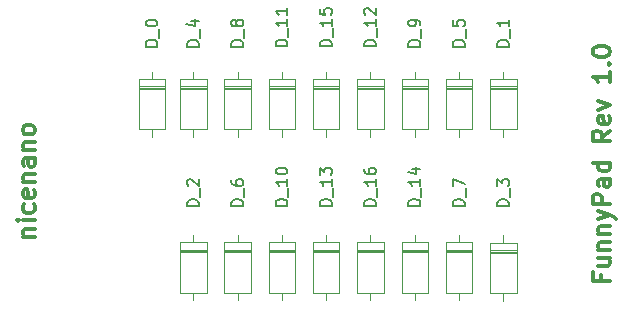
<source format=gto>
G04 #@! TF.GenerationSoftware,KiCad,Pcbnew,8.0.6*
G04 #@! TF.CreationDate,2024-12-19T22:24:49+08:00*
G04 #@! TF.ProjectId,keyboard,6b657962-6f61-4726-942e-6b696361645f,rev?*
G04 #@! TF.SameCoordinates,Original*
G04 #@! TF.FileFunction,Legend,Top*
G04 #@! TF.FilePolarity,Positive*
%FSLAX46Y46*%
G04 Gerber Fmt 4.6, Leading zero omitted, Abs format (unit mm)*
G04 Created by KiCad (PCBNEW 8.0.6) date 2024-12-19 22:24:49*
%MOMM*%
%LPD*%
G01*
G04 APERTURE LIST*
G04 Aperture macros list*
%AMRoundRect*
0 Rectangle with rounded corners*
0 $1 Rounding radius*
0 $2 $3 $4 $5 $6 $7 $8 $9 X,Y pos of 4 corners*
0 Add a 4 corners polygon primitive as box body*
4,1,4,$2,$3,$4,$5,$6,$7,$8,$9,$2,$3,0*
0 Add four circle primitives for the rounded corners*
1,1,$1+$1,$2,$3*
1,1,$1+$1,$4,$5*
1,1,$1+$1,$6,$7*
1,1,$1+$1,$8,$9*
0 Add four rect primitives between the rounded corners*
20,1,$1+$1,$2,$3,$4,$5,0*
20,1,$1+$1,$4,$5,$6,$7,0*
20,1,$1+$1,$6,$7,$8,$9,0*
20,1,$1+$1,$8,$9,$2,$3,0*%
G04 Aperture macros list end*
%ADD10C,0.300000*%
%ADD11C,0.150000*%
%ADD12C,0.120000*%
%ADD13C,1.800000*%
%ADD14RoundRect,0.450000X-0.450000X0.450000X-0.450000X-0.450000X0.450000X-0.450000X0.450000X0.450000X0*%
%ADD15C,1.780000*%
%ADD16C,2.600000*%
%ADD17C,3.500000*%
%ADD18C,1.750000*%
%ADD19C,3.000000*%
%ADD20C,3.987800*%
%ADD21R,1.600000X1.600000*%
%ADD22O,1.600000X1.600000*%
%ADD23C,3.048000*%
G04 APERTURE END LIST*
D10*
X277800828Y-144695489D02*
X278800828Y-144695489D01*
X277943685Y-144695489D02*
X277872257Y-144624060D01*
X277872257Y-144624060D02*
X277800828Y-144481203D01*
X277800828Y-144481203D02*
X277800828Y-144266917D01*
X277800828Y-144266917D02*
X277872257Y-144124060D01*
X277872257Y-144124060D02*
X278015114Y-144052632D01*
X278015114Y-144052632D02*
X278800828Y-144052632D01*
X278800828Y-143338346D02*
X277800828Y-143338346D01*
X277300828Y-143338346D02*
X277372257Y-143409774D01*
X277372257Y-143409774D02*
X277443685Y-143338346D01*
X277443685Y-143338346D02*
X277372257Y-143266917D01*
X277372257Y-143266917D02*
X277300828Y-143338346D01*
X277300828Y-143338346D02*
X277443685Y-143338346D01*
X278729400Y-141981203D02*
X278800828Y-142124060D01*
X278800828Y-142124060D02*
X278800828Y-142409774D01*
X278800828Y-142409774D02*
X278729400Y-142552631D01*
X278729400Y-142552631D02*
X278657971Y-142624060D01*
X278657971Y-142624060D02*
X278515114Y-142695488D01*
X278515114Y-142695488D02*
X278086542Y-142695488D01*
X278086542Y-142695488D02*
X277943685Y-142624060D01*
X277943685Y-142624060D02*
X277872257Y-142552631D01*
X277872257Y-142552631D02*
X277800828Y-142409774D01*
X277800828Y-142409774D02*
X277800828Y-142124060D01*
X277800828Y-142124060D02*
X277872257Y-141981203D01*
X278729400Y-140766917D02*
X278800828Y-140909774D01*
X278800828Y-140909774D02*
X278800828Y-141195489D01*
X278800828Y-141195489D02*
X278729400Y-141338346D01*
X278729400Y-141338346D02*
X278586542Y-141409774D01*
X278586542Y-141409774D02*
X278015114Y-141409774D01*
X278015114Y-141409774D02*
X277872257Y-141338346D01*
X277872257Y-141338346D02*
X277800828Y-141195489D01*
X277800828Y-141195489D02*
X277800828Y-140909774D01*
X277800828Y-140909774D02*
X277872257Y-140766917D01*
X277872257Y-140766917D02*
X278015114Y-140695489D01*
X278015114Y-140695489D02*
X278157971Y-140695489D01*
X278157971Y-140695489D02*
X278300828Y-141409774D01*
X277800828Y-140052632D02*
X278800828Y-140052632D01*
X277943685Y-140052632D02*
X277872257Y-139981203D01*
X277872257Y-139981203D02*
X277800828Y-139838346D01*
X277800828Y-139838346D02*
X277800828Y-139624060D01*
X277800828Y-139624060D02*
X277872257Y-139481203D01*
X277872257Y-139481203D02*
X278015114Y-139409775D01*
X278015114Y-139409775D02*
X278800828Y-139409775D01*
X278800828Y-138052632D02*
X278015114Y-138052632D01*
X278015114Y-138052632D02*
X277872257Y-138124060D01*
X277872257Y-138124060D02*
X277800828Y-138266917D01*
X277800828Y-138266917D02*
X277800828Y-138552632D01*
X277800828Y-138552632D02*
X277872257Y-138695489D01*
X278729400Y-138052632D02*
X278800828Y-138195489D01*
X278800828Y-138195489D02*
X278800828Y-138552632D01*
X278800828Y-138552632D02*
X278729400Y-138695489D01*
X278729400Y-138695489D02*
X278586542Y-138766917D01*
X278586542Y-138766917D02*
X278443685Y-138766917D01*
X278443685Y-138766917D02*
X278300828Y-138695489D01*
X278300828Y-138695489D02*
X278229400Y-138552632D01*
X278229400Y-138552632D02*
X278229400Y-138195489D01*
X278229400Y-138195489D02*
X278157971Y-138052632D01*
X277800828Y-137338346D02*
X278800828Y-137338346D01*
X277943685Y-137338346D02*
X277872257Y-137266917D01*
X277872257Y-137266917D02*
X277800828Y-137124060D01*
X277800828Y-137124060D02*
X277800828Y-136909774D01*
X277800828Y-136909774D02*
X277872257Y-136766917D01*
X277872257Y-136766917D02*
X278015114Y-136695489D01*
X278015114Y-136695489D02*
X278800828Y-136695489D01*
X278800828Y-135766917D02*
X278729400Y-135909774D01*
X278729400Y-135909774D02*
X278657971Y-135981203D01*
X278657971Y-135981203D02*
X278515114Y-136052631D01*
X278515114Y-136052631D02*
X278086542Y-136052631D01*
X278086542Y-136052631D02*
X277943685Y-135981203D01*
X277943685Y-135981203D02*
X277872257Y-135909774D01*
X277872257Y-135909774D02*
X277800828Y-135766917D01*
X277800828Y-135766917D02*
X277800828Y-135552631D01*
X277800828Y-135552631D02*
X277872257Y-135409774D01*
X277872257Y-135409774D02*
X277943685Y-135338346D01*
X277943685Y-135338346D02*
X278086542Y-135266917D01*
X278086542Y-135266917D02*
X278515114Y-135266917D01*
X278515114Y-135266917D02*
X278657971Y-135338346D01*
X278657971Y-135338346D02*
X278729400Y-135409774D01*
X278729400Y-135409774D02*
X278800828Y-135552631D01*
X278800828Y-135552631D02*
X278800828Y-135766917D01*
X326757114Y-147953489D02*
X326757114Y-148453489D01*
X327542828Y-148453489D02*
X326042828Y-148453489D01*
X326042828Y-148453489D02*
X326042828Y-147739203D01*
X326542828Y-146524918D02*
X327542828Y-146524918D01*
X326542828Y-147167775D02*
X327328542Y-147167775D01*
X327328542Y-147167775D02*
X327471400Y-147096346D01*
X327471400Y-147096346D02*
X327542828Y-146953489D01*
X327542828Y-146953489D02*
X327542828Y-146739203D01*
X327542828Y-146739203D02*
X327471400Y-146596346D01*
X327471400Y-146596346D02*
X327399971Y-146524918D01*
X326542828Y-145810632D02*
X327542828Y-145810632D01*
X326685685Y-145810632D02*
X326614257Y-145739203D01*
X326614257Y-145739203D02*
X326542828Y-145596346D01*
X326542828Y-145596346D02*
X326542828Y-145382060D01*
X326542828Y-145382060D02*
X326614257Y-145239203D01*
X326614257Y-145239203D02*
X326757114Y-145167775D01*
X326757114Y-145167775D02*
X327542828Y-145167775D01*
X326542828Y-144453489D02*
X327542828Y-144453489D01*
X326685685Y-144453489D02*
X326614257Y-144382060D01*
X326614257Y-144382060D02*
X326542828Y-144239203D01*
X326542828Y-144239203D02*
X326542828Y-144024917D01*
X326542828Y-144024917D02*
X326614257Y-143882060D01*
X326614257Y-143882060D02*
X326757114Y-143810632D01*
X326757114Y-143810632D02*
X327542828Y-143810632D01*
X326542828Y-143239203D02*
X327542828Y-142882060D01*
X326542828Y-142524917D02*
X327542828Y-142882060D01*
X327542828Y-142882060D02*
X327899971Y-143024917D01*
X327899971Y-143024917D02*
X327971400Y-143096346D01*
X327971400Y-143096346D02*
X328042828Y-143239203D01*
X327542828Y-141953489D02*
X326042828Y-141953489D01*
X326042828Y-141953489D02*
X326042828Y-141382060D01*
X326042828Y-141382060D02*
X326114257Y-141239203D01*
X326114257Y-141239203D02*
X326185685Y-141167774D01*
X326185685Y-141167774D02*
X326328542Y-141096346D01*
X326328542Y-141096346D02*
X326542828Y-141096346D01*
X326542828Y-141096346D02*
X326685685Y-141167774D01*
X326685685Y-141167774D02*
X326757114Y-141239203D01*
X326757114Y-141239203D02*
X326828542Y-141382060D01*
X326828542Y-141382060D02*
X326828542Y-141953489D01*
X327542828Y-139810632D02*
X326757114Y-139810632D01*
X326757114Y-139810632D02*
X326614257Y-139882060D01*
X326614257Y-139882060D02*
X326542828Y-140024917D01*
X326542828Y-140024917D02*
X326542828Y-140310632D01*
X326542828Y-140310632D02*
X326614257Y-140453489D01*
X327471400Y-139810632D02*
X327542828Y-139953489D01*
X327542828Y-139953489D02*
X327542828Y-140310632D01*
X327542828Y-140310632D02*
X327471400Y-140453489D01*
X327471400Y-140453489D02*
X327328542Y-140524917D01*
X327328542Y-140524917D02*
X327185685Y-140524917D01*
X327185685Y-140524917D02*
X327042828Y-140453489D01*
X327042828Y-140453489D02*
X326971400Y-140310632D01*
X326971400Y-140310632D02*
X326971400Y-139953489D01*
X326971400Y-139953489D02*
X326899971Y-139810632D01*
X327542828Y-138453489D02*
X326042828Y-138453489D01*
X327471400Y-138453489D02*
X327542828Y-138596346D01*
X327542828Y-138596346D02*
X327542828Y-138882060D01*
X327542828Y-138882060D02*
X327471400Y-139024917D01*
X327471400Y-139024917D02*
X327399971Y-139096346D01*
X327399971Y-139096346D02*
X327257114Y-139167774D01*
X327257114Y-139167774D02*
X326828542Y-139167774D01*
X326828542Y-139167774D02*
X326685685Y-139096346D01*
X326685685Y-139096346D02*
X326614257Y-139024917D01*
X326614257Y-139024917D02*
X326542828Y-138882060D01*
X326542828Y-138882060D02*
X326542828Y-138596346D01*
X326542828Y-138596346D02*
X326614257Y-138453489D01*
X327542828Y-135739203D02*
X326828542Y-136239203D01*
X327542828Y-136596346D02*
X326042828Y-136596346D01*
X326042828Y-136596346D02*
X326042828Y-136024917D01*
X326042828Y-136024917D02*
X326114257Y-135882060D01*
X326114257Y-135882060D02*
X326185685Y-135810631D01*
X326185685Y-135810631D02*
X326328542Y-135739203D01*
X326328542Y-135739203D02*
X326542828Y-135739203D01*
X326542828Y-135739203D02*
X326685685Y-135810631D01*
X326685685Y-135810631D02*
X326757114Y-135882060D01*
X326757114Y-135882060D02*
X326828542Y-136024917D01*
X326828542Y-136024917D02*
X326828542Y-136596346D01*
X327471400Y-134524917D02*
X327542828Y-134667774D01*
X327542828Y-134667774D02*
X327542828Y-134953489D01*
X327542828Y-134953489D02*
X327471400Y-135096346D01*
X327471400Y-135096346D02*
X327328542Y-135167774D01*
X327328542Y-135167774D02*
X326757114Y-135167774D01*
X326757114Y-135167774D02*
X326614257Y-135096346D01*
X326614257Y-135096346D02*
X326542828Y-134953489D01*
X326542828Y-134953489D02*
X326542828Y-134667774D01*
X326542828Y-134667774D02*
X326614257Y-134524917D01*
X326614257Y-134524917D02*
X326757114Y-134453489D01*
X326757114Y-134453489D02*
X326899971Y-134453489D01*
X326899971Y-134453489D02*
X327042828Y-135167774D01*
X326542828Y-133953489D02*
X327542828Y-133596346D01*
X327542828Y-133596346D02*
X326542828Y-133239203D01*
X327542828Y-130739203D02*
X327542828Y-131596346D01*
X327542828Y-131167775D02*
X326042828Y-131167775D01*
X326042828Y-131167775D02*
X326257114Y-131310632D01*
X326257114Y-131310632D02*
X326399971Y-131453489D01*
X326399971Y-131453489D02*
X326471400Y-131596346D01*
X327399971Y-130096347D02*
X327471400Y-130024918D01*
X327471400Y-130024918D02*
X327542828Y-130096347D01*
X327542828Y-130096347D02*
X327471400Y-130167775D01*
X327471400Y-130167775D02*
X327399971Y-130096347D01*
X327399971Y-130096347D02*
X327542828Y-130096347D01*
X326042828Y-129096346D02*
X326042828Y-128953489D01*
X326042828Y-128953489D02*
X326114257Y-128810632D01*
X326114257Y-128810632D02*
X326185685Y-128739204D01*
X326185685Y-128739204D02*
X326328542Y-128667775D01*
X326328542Y-128667775D02*
X326614257Y-128596346D01*
X326614257Y-128596346D02*
X326971400Y-128596346D01*
X326971400Y-128596346D02*
X327257114Y-128667775D01*
X327257114Y-128667775D02*
X327399971Y-128739204D01*
X327399971Y-128739204D02*
X327471400Y-128810632D01*
X327471400Y-128810632D02*
X327542828Y-128953489D01*
X327542828Y-128953489D02*
X327542828Y-129096346D01*
X327542828Y-129096346D02*
X327471400Y-129239204D01*
X327471400Y-129239204D02*
X327399971Y-129310632D01*
X327399971Y-129310632D02*
X327257114Y-129382061D01*
X327257114Y-129382061D02*
X326971400Y-129453489D01*
X326971400Y-129453489D02*
X326614257Y-129453489D01*
X326614257Y-129453489D02*
X326328542Y-129382061D01*
X326328542Y-129382061D02*
X326185685Y-129310632D01*
X326185685Y-129310632D02*
X326114257Y-129239204D01*
X326114257Y-129239204D02*
X326042828Y-129096346D01*
D11*
X303954819Y-128595237D02*
X302954819Y-128595237D01*
X302954819Y-128595237D02*
X302954819Y-128357142D01*
X302954819Y-128357142D02*
X303002438Y-128214285D01*
X303002438Y-128214285D02*
X303097676Y-128119047D01*
X303097676Y-128119047D02*
X303192914Y-128071428D01*
X303192914Y-128071428D02*
X303383390Y-128023809D01*
X303383390Y-128023809D02*
X303526247Y-128023809D01*
X303526247Y-128023809D02*
X303716723Y-128071428D01*
X303716723Y-128071428D02*
X303811961Y-128119047D01*
X303811961Y-128119047D02*
X303907200Y-128214285D01*
X303907200Y-128214285D02*
X303954819Y-128357142D01*
X303954819Y-128357142D02*
X303954819Y-128595237D01*
X304050057Y-127833333D02*
X304050057Y-127071428D01*
X303954819Y-126309523D02*
X303954819Y-126880951D01*
X303954819Y-126595237D02*
X302954819Y-126595237D01*
X302954819Y-126595237D02*
X303097676Y-126690475D01*
X303097676Y-126690475D02*
X303192914Y-126785713D01*
X303192914Y-126785713D02*
X303240533Y-126880951D01*
X302954819Y-125404761D02*
X302954819Y-125880951D01*
X302954819Y-125880951D02*
X303431009Y-125928570D01*
X303431009Y-125928570D02*
X303383390Y-125880951D01*
X303383390Y-125880951D02*
X303335771Y-125785713D01*
X303335771Y-125785713D02*
X303335771Y-125547618D01*
X303335771Y-125547618D02*
X303383390Y-125452380D01*
X303383390Y-125452380D02*
X303431009Y-125404761D01*
X303431009Y-125404761D02*
X303526247Y-125357142D01*
X303526247Y-125357142D02*
X303764342Y-125357142D01*
X303764342Y-125357142D02*
X303859580Y-125404761D01*
X303859580Y-125404761D02*
X303907200Y-125452380D01*
X303907200Y-125452380D02*
X303954819Y-125547618D01*
X303954819Y-125547618D02*
X303954819Y-125785713D01*
X303954819Y-125785713D02*
X303907200Y-125880951D01*
X303907200Y-125880951D02*
X303859580Y-125928570D01*
X300204819Y-128595237D02*
X299204819Y-128595237D01*
X299204819Y-128595237D02*
X299204819Y-128357142D01*
X299204819Y-128357142D02*
X299252438Y-128214285D01*
X299252438Y-128214285D02*
X299347676Y-128119047D01*
X299347676Y-128119047D02*
X299442914Y-128071428D01*
X299442914Y-128071428D02*
X299633390Y-128023809D01*
X299633390Y-128023809D02*
X299776247Y-128023809D01*
X299776247Y-128023809D02*
X299966723Y-128071428D01*
X299966723Y-128071428D02*
X300061961Y-128119047D01*
X300061961Y-128119047D02*
X300157200Y-128214285D01*
X300157200Y-128214285D02*
X300204819Y-128357142D01*
X300204819Y-128357142D02*
X300204819Y-128595237D01*
X300300057Y-127833333D02*
X300300057Y-127071428D01*
X300204819Y-126309523D02*
X300204819Y-126880951D01*
X300204819Y-126595237D02*
X299204819Y-126595237D01*
X299204819Y-126595237D02*
X299347676Y-126690475D01*
X299347676Y-126690475D02*
X299442914Y-126785713D01*
X299442914Y-126785713D02*
X299490533Y-126880951D01*
X300204819Y-125357142D02*
X300204819Y-125928570D01*
X300204819Y-125642856D02*
X299204819Y-125642856D01*
X299204819Y-125642856D02*
X299347676Y-125738094D01*
X299347676Y-125738094D02*
X299442914Y-125833332D01*
X299442914Y-125833332D02*
X299490533Y-125928570D01*
X318954819Y-128619047D02*
X317954819Y-128619047D01*
X317954819Y-128619047D02*
X317954819Y-128380952D01*
X317954819Y-128380952D02*
X318002438Y-128238095D01*
X318002438Y-128238095D02*
X318097676Y-128142857D01*
X318097676Y-128142857D02*
X318192914Y-128095238D01*
X318192914Y-128095238D02*
X318383390Y-128047619D01*
X318383390Y-128047619D02*
X318526247Y-128047619D01*
X318526247Y-128047619D02*
X318716723Y-128095238D01*
X318716723Y-128095238D02*
X318811961Y-128142857D01*
X318811961Y-128142857D02*
X318907200Y-128238095D01*
X318907200Y-128238095D02*
X318954819Y-128380952D01*
X318954819Y-128380952D02*
X318954819Y-128619047D01*
X319050057Y-127857143D02*
X319050057Y-127095238D01*
X318954819Y-126333333D02*
X318954819Y-126904761D01*
X318954819Y-126619047D02*
X317954819Y-126619047D01*
X317954819Y-126619047D02*
X318097676Y-126714285D01*
X318097676Y-126714285D02*
X318192914Y-126809523D01*
X318192914Y-126809523D02*
X318240533Y-126904761D01*
X292704819Y-142119047D02*
X291704819Y-142119047D01*
X291704819Y-142119047D02*
X291704819Y-141880952D01*
X291704819Y-141880952D02*
X291752438Y-141738095D01*
X291752438Y-141738095D02*
X291847676Y-141642857D01*
X291847676Y-141642857D02*
X291942914Y-141595238D01*
X291942914Y-141595238D02*
X292133390Y-141547619D01*
X292133390Y-141547619D02*
X292276247Y-141547619D01*
X292276247Y-141547619D02*
X292466723Y-141595238D01*
X292466723Y-141595238D02*
X292561961Y-141642857D01*
X292561961Y-141642857D02*
X292657200Y-141738095D01*
X292657200Y-141738095D02*
X292704819Y-141880952D01*
X292704819Y-141880952D02*
X292704819Y-142119047D01*
X292800057Y-141357143D02*
X292800057Y-140595238D01*
X291800057Y-140404761D02*
X291752438Y-140357142D01*
X291752438Y-140357142D02*
X291704819Y-140261904D01*
X291704819Y-140261904D02*
X291704819Y-140023809D01*
X291704819Y-140023809D02*
X291752438Y-139928571D01*
X291752438Y-139928571D02*
X291800057Y-139880952D01*
X291800057Y-139880952D02*
X291895295Y-139833333D01*
X291895295Y-139833333D02*
X291990533Y-139833333D01*
X291990533Y-139833333D02*
X292133390Y-139880952D01*
X292133390Y-139880952D02*
X292704819Y-140452380D01*
X292704819Y-140452380D02*
X292704819Y-139833333D01*
X300204819Y-142095237D02*
X299204819Y-142095237D01*
X299204819Y-142095237D02*
X299204819Y-141857142D01*
X299204819Y-141857142D02*
X299252438Y-141714285D01*
X299252438Y-141714285D02*
X299347676Y-141619047D01*
X299347676Y-141619047D02*
X299442914Y-141571428D01*
X299442914Y-141571428D02*
X299633390Y-141523809D01*
X299633390Y-141523809D02*
X299776247Y-141523809D01*
X299776247Y-141523809D02*
X299966723Y-141571428D01*
X299966723Y-141571428D02*
X300061961Y-141619047D01*
X300061961Y-141619047D02*
X300157200Y-141714285D01*
X300157200Y-141714285D02*
X300204819Y-141857142D01*
X300204819Y-141857142D02*
X300204819Y-142095237D01*
X300300057Y-141333333D02*
X300300057Y-140571428D01*
X300204819Y-139809523D02*
X300204819Y-140380951D01*
X300204819Y-140095237D02*
X299204819Y-140095237D01*
X299204819Y-140095237D02*
X299347676Y-140190475D01*
X299347676Y-140190475D02*
X299442914Y-140285713D01*
X299442914Y-140285713D02*
X299490533Y-140380951D01*
X299204819Y-139190475D02*
X299204819Y-139095237D01*
X299204819Y-139095237D02*
X299252438Y-138999999D01*
X299252438Y-138999999D02*
X299300057Y-138952380D01*
X299300057Y-138952380D02*
X299395295Y-138904761D01*
X299395295Y-138904761D02*
X299585771Y-138857142D01*
X299585771Y-138857142D02*
X299823866Y-138857142D01*
X299823866Y-138857142D02*
X300014342Y-138904761D01*
X300014342Y-138904761D02*
X300109580Y-138952380D01*
X300109580Y-138952380D02*
X300157200Y-138999999D01*
X300157200Y-138999999D02*
X300204819Y-139095237D01*
X300204819Y-139095237D02*
X300204819Y-139190475D01*
X300204819Y-139190475D02*
X300157200Y-139285713D01*
X300157200Y-139285713D02*
X300109580Y-139333332D01*
X300109580Y-139333332D02*
X300014342Y-139380951D01*
X300014342Y-139380951D02*
X299823866Y-139428570D01*
X299823866Y-139428570D02*
X299585771Y-139428570D01*
X299585771Y-139428570D02*
X299395295Y-139380951D01*
X299395295Y-139380951D02*
X299300057Y-139333332D01*
X299300057Y-139333332D02*
X299252438Y-139285713D01*
X299252438Y-139285713D02*
X299204819Y-139190475D01*
X307704819Y-142095237D02*
X306704819Y-142095237D01*
X306704819Y-142095237D02*
X306704819Y-141857142D01*
X306704819Y-141857142D02*
X306752438Y-141714285D01*
X306752438Y-141714285D02*
X306847676Y-141619047D01*
X306847676Y-141619047D02*
X306942914Y-141571428D01*
X306942914Y-141571428D02*
X307133390Y-141523809D01*
X307133390Y-141523809D02*
X307276247Y-141523809D01*
X307276247Y-141523809D02*
X307466723Y-141571428D01*
X307466723Y-141571428D02*
X307561961Y-141619047D01*
X307561961Y-141619047D02*
X307657200Y-141714285D01*
X307657200Y-141714285D02*
X307704819Y-141857142D01*
X307704819Y-141857142D02*
X307704819Y-142095237D01*
X307800057Y-141333333D02*
X307800057Y-140571428D01*
X307704819Y-139809523D02*
X307704819Y-140380951D01*
X307704819Y-140095237D02*
X306704819Y-140095237D01*
X306704819Y-140095237D02*
X306847676Y-140190475D01*
X306847676Y-140190475D02*
X306942914Y-140285713D01*
X306942914Y-140285713D02*
X306990533Y-140380951D01*
X306704819Y-138952380D02*
X306704819Y-139142856D01*
X306704819Y-139142856D02*
X306752438Y-139238094D01*
X306752438Y-139238094D02*
X306800057Y-139285713D01*
X306800057Y-139285713D02*
X306942914Y-139380951D01*
X306942914Y-139380951D02*
X307133390Y-139428570D01*
X307133390Y-139428570D02*
X307514342Y-139428570D01*
X307514342Y-139428570D02*
X307609580Y-139380951D01*
X307609580Y-139380951D02*
X307657200Y-139333332D01*
X307657200Y-139333332D02*
X307704819Y-139238094D01*
X307704819Y-139238094D02*
X307704819Y-139047618D01*
X307704819Y-139047618D02*
X307657200Y-138952380D01*
X307657200Y-138952380D02*
X307609580Y-138904761D01*
X307609580Y-138904761D02*
X307514342Y-138857142D01*
X307514342Y-138857142D02*
X307276247Y-138857142D01*
X307276247Y-138857142D02*
X307181009Y-138904761D01*
X307181009Y-138904761D02*
X307133390Y-138952380D01*
X307133390Y-138952380D02*
X307085771Y-139047618D01*
X307085771Y-139047618D02*
X307085771Y-139238094D01*
X307085771Y-139238094D02*
X307133390Y-139333332D01*
X307133390Y-139333332D02*
X307181009Y-139380951D01*
X307181009Y-139380951D02*
X307276247Y-139428570D01*
X311454819Y-128619047D02*
X310454819Y-128619047D01*
X310454819Y-128619047D02*
X310454819Y-128380952D01*
X310454819Y-128380952D02*
X310502438Y-128238095D01*
X310502438Y-128238095D02*
X310597676Y-128142857D01*
X310597676Y-128142857D02*
X310692914Y-128095238D01*
X310692914Y-128095238D02*
X310883390Y-128047619D01*
X310883390Y-128047619D02*
X311026247Y-128047619D01*
X311026247Y-128047619D02*
X311216723Y-128095238D01*
X311216723Y-128095238D02*
X311311961Y-128142857D01*
X311311961Y-128142857D02*
X311407200Y-128238095D01*
X311407200Y-128238095D02*
X311454819Y-128380952D01*
X311454819Y-128380952D02*
X311454819Y-128619047D01*
X311550057Y-127857143D02*
X311550057Y-127095238D01*
X311454819Y-126809523D02*
X311454819Y-126619047D01*
X311454819Y-126619047D02*
X311407200Y-126523809D01*
X311407200Y-126523809D02*
X311359580Y-126476190D01*
X311359580Y-126476190D02*
X311216723Y-126380952D01*
X311216723Y-126380952D02*
X311026247Y-126333333D01*
X311026247Y-126333333D02*
X310645295Y-126333333D01*
X310645295Y-126333333D02*
X310550057Y-126380952D01*
X310550057Y-126380952D02*
X310502438Y-126428571D01*
X310502438Y-126428571D02*
X310454819Y-126523809D01*
X310454819Y-126523809D02*
X310454819Y-126714285D01*
X310454819Y-126714285D02*
X310502438Y-126809523D01*
X310502438Y-126809523D02*
X310550057Y-126857142D01*
X310550057Y-126857142D02*
X310645295Y-126904761D01*
X310645295Y-126904761D02*
X310883390Y-126904761D01*
X310883390Y-126904761D02*
X310978628Y-126857142D01*
X310978628Y-126857142D02*
X311026247Y-126809523D01*
X311026247Y-126809523D02*
X311073866Y-126714285D01*
X311073866Y-126714285D02*
X311073866Y-126523809D01*
X311073866Y-126523809D02*
X311026247Y-126428571D01*
X311026247Y-126428571D02*
X310978628Y-126380952D01*
X310978628Y-126380952D02*
X310883390Y-126333333D01*
X296454819Y-142119047D02*
X295454819Y-142119047D01*
X295454819Y-142119047D02*
X295454819Y-141880952D01*
X295454819Y-141880952D02*
X295502438Y-141738095D01*
X295502438Y-141738095D02*
X295597676Y-141642857D01*
X295597676Y-141642857D02*
X295692914Y-141595238D01*
X295692914Y-141595238D02*
X295883390Y-141547619D01*
X295883390Y-141547619D02*
X296026247Y-141547619D01*
X296026247Y-141547619D02*
X296216723Y-141595238D01*
X296216723Y-141595238D02*
X296311961Y-141642857D01*
X296311961Y-141642857D02*
X296407200Y-141738095D01*
X296407200Y-141738095D02*
X296454819Y-141880952D01*
X296454819Y-141880952D02*
X296454819Y-142119047D01*
X296550057Y-141357143D02*
X296550057Y-140595238D01*
X295454819Y-139928571D02*
X295454819Y-140119047D01*
X295454819Y-140119047D02*
X295502438Y-140214285D01*
X295502438Y-140214285D02*
X295550057Y-140261904D01*
X295550057Y-140261904D02*
X295692914Y-140357142D01*
X295692914Y-140357142D02*
X295883390Y-140404761D01*
X295883390Y-140404761D02*
X296264342Y-140404761D01*
X296264342Y-140404761D02*
X296359580Y-140357142D01*
X296359580Y-140357142D02*
X296407200Y-140309523D01*
X296407200Y-140309523D02*
X296454819Y-140214285D01*
X296454819Y-140214285D02*
X296454819Y-140023809D01*
X296454819Y-140023809D02*
X296407200Y-139928571D01*
X296407200Y-139928571D02*
X296359580Y-139880952D01*
X296359580Y-139880952D02*
X296264342Y-139833333D01*
X296264342Y-139833333D02*
X296026247Y-139833333D01*
X296026247Y-139833333D02*
X295931009Y-139880952D01*
X295931009Y-139880952D02*
X295883390Y-139928571D01*
X295883390Y-139928571D02*
X295835771Y-140023809D01*
X295835771Y-140023809D02*
X295835771Y-140214285D01*
X295835771Y-140214285D02*
X295883390Y-140309523D01*
X295883390Y-140309523D02*
X295931009Y-140357142D01*
X295931009Y-140357142D02*
X296026247Y-140404761D01*
X315204819Y-142119047D02*
X314204819Y-142119047D01*
X314204819Y-142119047D02*
X314204819Y-141880952D01*
X314204819Y-141880952D02*
X314252438Y-141738095D01*
X314252438Y-141738095D02*
X314347676Y-141642857D01*
X314347676Y-141642857D02*
X314442914Y-141595238D01*
X314442914Y-141595238D02*
X314633390Y-141547619D01*
X314633390Y-141547619D02*
X314776247Y-141547619D01*
X314776247Y-141547619D02*
X314966723Y-141595238D01*
X314966723Y-141595238D02*
X315061961Y-141642857D01*
X315061961Y-141642857D02*
X315157200Y-141738095D01*
X315157200Y-141738095D02*
X315204819Y-141880952D01*
X315204819Y-141880952D02*
X315204819Y-142119047D01*
X315300057Y-141357143D02*
X315300057Y-140595238D01*
X314204819Y-140452380D02*
X314204819Y-139785714D01*
X314204819Y-139785714D02*
X315204819Y-140214285D01*
X292704819Y-128619047D02*
X291704819Y-128619047D01*
X291704819Y-128619047D02*
X291704819Y-128380952D01*
X291704819Y-128380952D02*
X291752438Y-128238095D01*
X291752438Y-128238095D02*
X291847676Y-128142857D01*
X291847676Y-128142857D02*
X291942914Y-128095238D01*
X291942914Y-128095238D02*
X292133390Y-128047619D01*
X292133390Y-128047619D02*
X292276247Y-128047619D01*
X292276247Y-128047619D02*
X292466723Y-128095238D01*
X292466723Y-128095238D02*
X292561961Y-128142857D01*
X292561961Y-128142857D02*
X292657200Y-128238095D01*
X292657200Y-128238095D02*
X292704819Y-128380952D01*
X292704819Y-128380952D02*
X292704819Y-128619047D01*
X292800057Y-127857143D02*
X292800057Y-127095238D01*
X292038152Y-126428571D02*
X292704819Y-126428571D01*
X291657200Y-126666666D02*
X292371485Y-126904761D01*
X292371485Y-126904761D02*
X292371485Y-126285714D01*
X315204819Y-128619047D02*
X314204819Y-128619047D01*
X314204819Y-128619047D02*
X314204819Y-128380952D01*
X314204819Y-128380952D02*
X314252438Y-128238095D01*
X314252438Y-128238095D02*
X314347676Y-128142857D01*
X314347676Y-128142857D02*
X314442914Y-128095238D01*
X314442914Y-128095238D02*
X314633390Y-128047619D01*
X314633390Y-128047619D02*
X314776247Y-128047619D01*
X314776247Y-128047619D02*
X314966723Y-128095238D01*
X314966723Y-128095238D02*
X315061961Y-128142857D01*
X315061961Y-128142857D02*
X315157200Y-128238095D01*
X315157200Y-128238095D02*
X315204819Y-128380952D01*
X315204819Y-128380952D02*
X315204819Y-128619047D01*
X315300057Y-127857143D02*
X315300057Y-127095238D01*
X314204819Y-126380952D02*
X314204819Y-126857142D01*
X314204819Y-126857142D02*
X314681009Y-126904761D01*
X314681009Y-126904761D02*
X314633390Y-126857142D01*
X314633390Y-126857142D02*
X314585771Y-126761904D01*
X314585771Y-126761904D02*
X314585771Y-126523809D01*
X314585771Y-126523809D02*
X314633390Y-126428571D01*
X314633390Y-126428571D02*
X314681009Y-126380952D01*
X314681009Y-126380952D02*
X314776247Y-126333333D01*
X314776247Y-126333333D02*
X315014342Y-126333333D01*
X315014342Y-126333333D02*
X315109580Y-126380952D01*
X315109580Y-126380952D02*
X315157200Y-126428571D01*
X315157200Y-126428571D02*
X315204819Y-126523809D01*
X315204819Y-126523809D02*
X315204819Y-126761904D01*
X315204819Y-126761904D02*
X315157200Y-126857142D01*
X315157200Y-126857142D02*
X315109580Y-126904761D01*
X318954819Y-142119047D02*
X317954819Y-142119047D01*
X317954819Y-142119047D02*
X317954819Y-141880952D01*
X317954819Y-141880952D02*
X318002438Y-141738095D01*
X318002438Y-141738095D02*
X318097676Y-141642857D01*
X318097676Y-141642857D02*
X318192914Y-141595238D01*
X318192914Y-141595238D02*
X318383390Y-141547619D01*
X318383390Y-141547619D02*
X318526247Y-141547619D01*
X318526247Y-141547619D02*
X318716723Y-141595238D01*
X318716723Y-141595238D02*
X318811961Y-141642857D01*
X318811961Y-141642857D02*
X318907200Y-141738095D01*
X318907200Y-141738095D02*
X318954819Y-141880952D01*
X318954819Y-141880952D02*
X318954819Y-142119047D01*
X319050057Y-141357143D02*
X319050057Y-140595238D01*
X317954819Y-140452380D02*
X317954819Y-139833333D01*
X317954819Y-139833333D02*
X318335771Y-140166666D01*
X318335771Y-140166666D02*
X318335771Y-140023809D01*
X318335771Y-140023809D02*
X318383390Y-139928571D01*
X318383390Y-139928571D02*
X318431009Y-139880952D01*
X318431009Y-139880952D02*
X318526247Y-139833333D01*
X318526247Y-139833333D02*
X318764342Y-139833333D01*
X318764342Y-139833333D02*
X318859580Y-139880952D01*
X318859580Y-139880952D02*
X318907200Y-139928571D01*
X318907200Y-139928571D02*
X318954819Y-140023809D01*
X318954819Y-140023809D02*
X318954819Y-140309523D01*
X318954819Y-140309523D02*
X318907200Y-140404761D01*
X318907200Y-140404761D02*
X318859580Y-140452380D01*
X311454819Y-142095237D02*
X310454819Y-142095237D01*
X310454819Y-142095237D02*
X310454819Y-141857142D01*
X310454819Y-141857142D02*
X310502438Y-141714285D01*
X310502438Y-141714285D02*
X310597676Y-141619047D01*
X310597676Y-141619047D02*
X310692914Y-141571428D01*
X310692914Y-141571428D02*
X310883390Y-141523809D01*
X310883390Y-141523809D02*
X311026247Y-141523809D01*
X311026247Y-141523809D02*
X311216723Y-141571428D01*
X311216723Y-141571428D02*
X311311961Y-141619047D01*
X311311961Y-141619047D02*
X311407200Y-141714285D01*
X311407200Y-141714285D02*
X311454819Y-141857142D01*
X311454819Y-141857142D02*
X311454819Y-142095237D01*
X311550057Y-141333333D02*
X311550057Y-140571428D01*
X311454819Y-139809523D02*
X311454819Y-140380951D01*
X311454819Y-140095237D02*
X310454819Y-140095237D01*
X310454819Y-140095237D02*
X310597676Y-140190475D01*
X310597676Y-140190475D02*
X310692914Y-140285713D01*
X310692914Y-140285713D02*
X310740533Y-140380951D01*
X310788152Y-138952380D02*
X311454819Y-138952380D01*
X310407200Y-139190475D02*
X311121485Y-139428570D01*
X311121485Y-139428570D02*
X311121485Y-138809523D01*
X289204819Y-128619047D02*
X288204819Y-128619047D01*
X288204819Y-128619047D02*
X288204819Y-128380952D01*
X288204819Y-128380952D02*
X288252438Y-128238095D01*
X288252438Y-128238095D02*
X288347676Y-128142857D01*
X288347676Y-128142857D02*
X288442914Y-128095238D01*
X288442914Y-128095238D02*
X288633390Y-128047619D01*
X288633390Y-128047619D02*
X288776247Y-128047619D01*
X288776247Y-128047619D02*
X288966723Y-128095238D01*
X288966723Y-128095238D02*
X289061961Y-128142857D01*
X289061961Y-128142857D02*
X289157200Y-128238095D01*
X289157200Y-128238095D02*
X289204819Y-128380952D01*
X289204819Y-128380952D02*
X289204819Y-128619047D01*
X289300057Y-127857143D02*
X289300057Y-127095238D01*
X288204819Y-126666666D02*
X288204819Y-126571428D01*
X288204819Y-126571428D02*
X288252438Y-126476190D01*
X288252438Y-126476190D02*
X288300057Y-126428571D01*
X288300057Y-126428571D02*
X288395295Y-126380952D01*
X288395295Y-126380952D02*
X288585771Y-126333333D01*
X288585771Y-126333333D02*
X288823866Y-126333333D01*
X288823866Y-126333333D02*
X289014342Y-126380952D01*
X289014342Y-126380952D02*
X289109580Y-126428571D01*
X289109580Y-126428571D02*
X289157200Y-126476190D01*
X289157200Y-126476190D02*
X289204819Y-126571428D01*
X289204819Y-126571428D02*
X289204819Y-126666666D01*
X289204819Y-126666666D02*
X289157200Y-126761904D01*
X289157200Y-126761904D02*
X289109580Y-126809523D01*
X289109580Y-126809523D02*
X289014342Y-126857142D01*
X289014342Y-126857142D02*
X288823866Y-126904761D01*
X288823866Y-126904761D02*
X288585771Y-126904761D01*
X288585771Y-126904761D02*
X288395295Y-126857142D01*
X288395295Y-126857142D02*
X288300057Y-126809523D01*
X288300057Y-126809523D02*
X288252438Y-126761904D01*
X288252438Y-126761904D02*
X288204819Y-126666666D01*
X303954819Y-142095237D02*
X302954819Y-142095237D01*
X302954819Y-142095237D02*
X302954819Y-141857142D01*
X302954819Y-141857142D02*
X303002438Y-141714285D01*
X303002438Y-141714285D02*
X303097676Y-141619047D01*
X303097676Y-141619047D02*
X303192914Y-141571428D01*
X303192914Y-141571428D02*
X303383390Y-141523809D01*
X303383390Y-141523809D02*
X303526247Y-141523809D01*
X303526247Y-141523809D02*
X303716723Y-141571428D01*
X303716723Y-141571428D02*
X303811961Y-141619047D01*
X303811961Y-141619047D02*
X303907200Y-141714285D01*
X303907200Y-141714285D02*
X303954819Y-141857142D01*
X303954819Y-141857142D02*
X303954819Y-142095237D01*
X304050057Y-141333333D02*
X304050057Y-140571428D01*
X303954819Y-139809523D02*
X303954819Y-140380951D01*
X303954819Y-140095237D02*
X302954819Y-140095237D01*
X302954819Y-140095237D02*
X303097676Y-140190475D01*
X303097676Y-140190475D02*
X303192914Y-140285713D01*
X303192914Y-140285713D02*
X303240533Y-140380951D01*
X302954819Y-139476189D02*
X302954819Y-138857142D01*
X302954819Y-138857142D02*
X303335771Y-139190475D01*
X303335771Y-139190475D02*
X303335771Y-139047618D01*
X303335771Y-139047618D02*
X303383390Y-138952380D01*
X303383390Y-138952380D02*
X303431009Y-138904761D01*
X303431009Y-138904761D02*
X303526247Y-138857142D01*
X303526247Y-138857142D02*
X303764342Y-138857142D01*
X303764342Y-138857142D02*
X303859580Y-138904761D01*
X303859580Y-138904761D02*
X303907200Y-138952380D01*
X303907200Y-138952380D02*
X303954819Y-139047618D01*
X303954819Y-139047618D02*
X303954819Y-139333332D01*
X303954819Y-139333332D02*
X303907200Y-139428570D01*
X303907200Y-139428570D02*
X303859580Y-139476189D01*
X307704819Y-128595237D02*
X306704819Y-128595237D01*
X306704819Y-128595237D02*
X306704819Y-128357142D01*
X306704819Y-128357142D02*
X306752438Y-128214285D01*
X306752438Y-128214285D02*
X306847676Y-128119047D01*
X306847676Y-128119047D02*
X306942914Y-128071428D01*
X306942914Y-128071428D02*
X307133390Y-128023809D01*
X307133390Y-128023809D02*
X307276247Y-128023809D01*
X307276247Y-128023809D02*
X307466723Y-128071428D01*
X307466723Y-128071428D02*
X307561961Y-128119047D01*
X307561961Y-128119047D02*
X307657200Y-128214285D01*
X307657200Y-128214285D02*
X307704819Y-128357142D01*
X307704819Y-128357142D02*
X307704819Y-128595237D01*
X307800057Y-127833333D02*
X307800057Y-127071428D01*
X307704819Y-126309523D02*
X307704819Y-126880951D01*
X307704819Y-126595237D02*
X306704819Y-126595237D01*
X306704819Y-126595237D02*
X306847676Y-126690475D01*
X306847676Y-126690475D02*
X306942914Y-126785713D01*
X306942914Y-126785713D02*
X306990533Y-126880951D01*
X306800057Y-125928570D02*
X306752438Y-125880951D01*
X306752438Y-125880951D02*
X306704819Y-125785713D01*
X306704819Y-125785713D02*
X306704819Y-125547618D01*
X306704819Y-125547618D02*
X306752438Y-125452380D01*
X306752438Y-125452380D02*
X306800057Y-125404761D01*
X306800057Y-125404761D02*
X306895295Y-125357142D01*
X306895295Y-125357142D02*
X306990533Y-125357142D01*
X306990533Y-125357142D02*
X307133390Y-125404761D01*
X307133390Y-125404761D02*
X307704819Y-125976189D01*
X307704819Y-125976189D02*
X307704819Y-125357142D01*
X296454819Y-128619047D02*
X295454819Y-128619047D01*
X295454819Y-128619047D02*
X295454819Y-128380952D01*
X295454819Y-128380952D02*
X295502438Y-128238095D01*
X295502438Y-128238095D02*
X295597676Y-128142857D01*
X295597676Y-128142857D02*
X295692914Y-128095238D01*
X295692914Y-128095238D02*
X295883390Y-128047619D01*
X295883390Y-128047619D02*
X296026247Y-128047619D01*
X296026247Y-128047619D02*
X296216723Y-128095238D01*
X296216723Y-128095238D02*
X296311961Y-128142857D01*
X296311961Y-128142857D02*
X296407200Y-128238095D01*
X296407200Y-128238095D02*
X296454819Y-128380952D01*
X296454819Y-128380952D02*
X296454819Y-128619047D01*
X296550057Y-127857143D02*
X296550057Y-127095238D01*
X295883390Y-126714285D02*
X295835771Y-126809523D01*
X295835771Y-126809523D02*
X295788152Y-126857142D01*
X295788152Y-126857142D02*
X295692914Y-126904761D01*
X295692914Y-126904761D02*
X295645295Y-126904761D01*
X295645295Y-126904761D02*
X295550057Y-126857142D01*
X295550057Y-126857142D02*
X295502438Y-126809523D01*
X295502438Y-126809523D02*
X295454819Y-126714285D01*
X295454819Y-126714285D02*
X295454819Y-126523809D01*
X295454819Y-126523809D02*
X295502438Y-126428571D01*
X295502438Y-126428571D02*
X295550057Y-126380952D01*
X295550057Y-126380952D02*
X295645295Y-126333333D01*
X295645295Y-126333333D02*
X295692914Y-126333333D01*
X295692914Y-126333333D02*
X295788152Y-126380952D01*
X295788152Y-126380952D02*
X295835771Y-126428571D01*
X295835771Y-126428571D02*
X295883390Y-126523809D01*
X295883390Y-126523809D02*
X295883390Y-126714285D01*
X295883390Y-126714285D02*
X295931009Y-126809523D01*
X295931009Y-126809523D02*
X295978628Y-126857142D01*
X295978628Y-126857142D02*
X296073866Y-126904761D01*
X296073866Y-126904761D02*
X296264342Y-126904761D01*
X296264342Y-126904761D02*
X296359580Y-126857142D01*
X296359580Y-126857142D02*
X296407200Y-126809523D01*
X296407200Y-126809523D02*
X296454819Y-126714285D01*
X296454819Y-126714285D02*
X296454819Y-126523809D01*
X296454819Y-126523809D02*
X296407200Y-126428571D01*
X296407200Y-126428571D02*
X296359580Y-126380952D01*
X296359580Y-126380952D02*
X296264342Y-126333333D01*
X296264342Y-126333333D02*
X296073866Y-126333333D01*
X296073866Y-126333333D02*
X295978628Y-126380952D01*
X295978628Y-126380952D02*
X295931009Y-126428571D01*
X295931009Y-126428571D02*
X295883390Y-126523809D01*
D12*
X302372000Y-131388000D02*
X302372000Y-135628000D01*
X302372000Y-135628000D02*
X304612000Y-135628000D01*
X303492000Y-130738000D02*
X303492000Y-131388000D01*
X303492000Y-136278000D02*
X303492000Y-135628000D01*
X304612000Y-131388000D02*
X302372000Y-131388000D01*
X304612000Y-131988000D02*
X302372000Y-131988000D01*
X304612000Y-132108000D02*
X302372000Y-132108000D01*
X304612000Y-132228000D02*
X302372000Y-132228000D01*
X304612000Y-135628000D02*
X304612000Y-131388000D01*
X298622000Y-131388000D02*
X298622000Y-135628000D01*
X298622000Y-135628000D02*
X300862000Y-135628000D01*
X299742000Y-130738000D02*
X299742000Y-131388000D01*
X299742000Y-136278000D02*
X299742000Y-135628000D01*
X300862000Y-131388000D02*
X298622000Y-131388000D01*
X300862000Y-131988000D02*
X298622000Y-131988000D01*
X300862000Y-132108000D02*
X298622000Y-132108000D01*
X300862000Y-132228000D02*
X298622000Y-132228000D01*
X300862000Y-135628000D02*
X300862000Y-131388000D01*
X317372000Y-131388000D02*
X317372000Y-135628000D01*
X317372000Y-135628000D02*
X319612000Y-135628000D01*
X318492000Y-130738000D02*
X318492000Y-131388000D01*
X318492000Y-136278000D02*
X318492000Y-135628000D01*
X319612000Y-131388000D02*
X317372000Y-131388000D01*
X319612000Y-131988000D02*
X317372000Y-131988000D01*
X319612000Y-132108000D02*
X317372000Y-132108000D01*
X319612000Y-132228000D02*
X317372000Y-132228000D01*
X319612000Y-135628000D02*
X319612000Y-131388000D01*
X291122000Y-145198000D02*
X291122000Y-149438000D01*
X291122000Y-149438000D02*
X293362000Y-149438000D01*
X292242000Y-144548000D02*
X292242000Y-145198000D01*
X292242000Y-150088000D02*
X292242000Y-149438000D01*
X293362000Y-145198000D02*
X291122000Y-145198000D01*
X293362000Y-145798000D02*
X291122000Y-145798000D01*
X293362000Y-145918000D02*
X291122000Y-145918000D01*
X293362000Y-146038000D02*
X291122000Y-146038000D01*
X293362000Y-149438000D02*
X293362000Y-145198000D01*
X298622000Y-145198000D02*
X298622000Y-149438000D01*
X298622000Y-149438000D02*
X300862000Y-149438000D01*
X299742000Y-144548000D02*
X299742000Y-145198000D01*
X299742000Y-150088000D02*
X299742000Y-149438000D01*
X300862000Y-145198000D02*
X298622000Y-145198000D01*
X300862000Y-145798000D02*
X298622000Y-145798000D01*
X300862000Y-145918000D02*
X298622000Y-145918000D01*
X300862000Y-146038000D02*
X298622000Y-146038000D01*
X300862000Y-149438000D02*
X300862000Y-145198000D01*
X306122000Y-145198000D02*
X306122000Y-149438000D01*
X306122000Y-149438000D02*
X308362000Y-149438000D01*
X307242000Y-144548000D02*
X307242000Y-145198000D01*
X307242000Y-150088000D02*
X307242000Y-149438000D01*
X308362000Y-145198000D02*
X306122000Y-145198000D01*
X308362000Y-145798000D02*
X306122000Y-145798000D01*
X308362000Y-145918000D02*
X306122000Y-145918000D01*
X308362000Y-146038000D02*
X306122000Y-146038000D01*
X308362000Y-149438000D02*
X308362000Y-145198000D01*
X309872000Y-131388000D02*
X309872000Y-135628000D01*
X309872000Y-135628000D02*
X312112000Y-135628000D01*
X310992000Y-130738000D02*
X310992000Y-131388000D01*
X310992000Y-136278000D02*
X310992000Y-135628000D01*
X312112000Y-131388000D02*
X309872000Y-131388000D01*
X312112000Y-131988000D02*
X309872000Y-131988000D01*
X312112000Y-132108000D02*
X309872000Y-132108000D01*
X312112000Y-132228000D02*
X309872000Y-132228000D01*
X312112000Y-135628000D02*
X312112000Y-131388000D01*
X294872000Y-145198000D02*
X294872000Y-149438000D01*
X294872000Y-149438000D02*
X297112000Y-149438000D01*
X295992000Y-144548000D02*
X295992000Y-145198000D01*
X295992000Y-150088000D02*
X295992000Y-149438000D01*
X297112000Y-145198000D02*
X294872000Y-145198000D01*
X297112000Y-145798000D02*
X294872000Y-145798000D01*
X297112000Y-145918000D02*
X294872000Y-145918000D01*
X297112000Y-146038000D02*
X294872000Y-146038000D01*
X297112000Y-149438000D02*
X297112000Y-145198000D01*
X313622000Y-145198000D02*
X313622000Y-149438000D01*
X313622000Y-149438000D02*
X315862000Y-149438000D01*
X314742000Y-144548000D02*
X314742000Y-145198000D01*
X314742000Y-150088000D02*
X314742000Y-149438000D01*
X315862000Y-145198000D02*
X313622000Y-145198000D01*
X315862000Y-145798000D02*
X313622000Y-145798000D01*
X315862000Y-145918000D02*
X313622000Y-145918000D01*
X315862000Y-146038000D02*
X313622000Y-146038000D01*
X315862000Y-149438000D02*
X315862000Y-145198000D01*
X291122000Y-131388000D02*
X291122000Y-135628000D01*
X291122000Y-135628000D02*
X293362000Y-135628000D01*
X292242000Y-130738000D02*
X292242000Y-131388000D01*
X292242000Y-136278000D02*
X292242000Y-135628000D01*
X293362000Y-131388000D02*
X291122000Y-131388000D01*
X293362000Y-131988000D02*
X291122000Y-131988000D01*
X293362000Y-132108000D02*
X291122000Y-132108000D01*
X293362000Y-132228000D02*
X291122000Y-132228000D01*
X293362000Y-135628000D02*
X293362000Y-131388000D01*
X313622000Y-131388000D02*
X313622000Y-135628000D01*
X313622000Y-135628000D02*
X315862000Y-135628000D01*
X314742000Y-130738000D02*
X314742000Y-131388000D01*
X314742000Y-136278000D02*
X314742000Y-135628000D01*
X315862000Y-131388000D02*
X313622000Y-131388000D01*
X315862000Y-131988000D02*
X313622000Y-131988000D01*
X315862000Y-132108000D02*
X313622000Y-132108000D01*
X315862000Y-132228000D02*
X313622000Y-132228000D01*
X315862000Y-135628000D02*
X315862000Y-131388000D01*
X317372000Y-145258000D02*
X317372000Y-149498000D01*
X317372000Y-149498000D02*
X319612000Y-149498000D01*
X318492000Y-144608000D02*
X318492000Y-145258000D01*
X318492000Y-150148000D02*
X318492000Y-149498000D01*
X319612000Y-145258000D02*
X317372000Y-145258000D01*
X319612000Y-145858000D02*
X317372000Y-145858000D01*
X319612000Y-145978000D02*
X317372000Y-145978000D01*
X319612000Y-146098000D02*
X317372000Y-146098000D01*
X319612000Y-149498000D02*
X319612000Y-145258000D01*
X309872000Y-145198000D02*
X309872000Y-149438000D01*
X309872000Y-149438000D02*
X312112000Y-149438000D01*
X310992000Y-144548000D02*
X310992000Y-145198000D01*
X310992000Y-150088000D02*
X310992000Y-149438000D01*
X312112000Y-145198000D02*
X309872000Y-145198000D01*
X312112000Y-145798000D02*
X309872000Y-145798000D01*
X312112000Y-145918000D02*
X309872000Y-145918000D01*
X312112000Y-146038000D02*
X309872000Y-146038000D01*
X312112000Y-149438000D02*
X312112000Y-145198000D01*
X287622000Y-131388000D02*
X287622000Y-135628000D01*
X287622000Y-135628000D02*
X289862000Y-135628000D01*
X288742000Y-130738000D02*
X288742000Y-131388000D01*
X288742000Y-136278000D02*
X288742000Y-135628000D01*
X289862000Y-131388000D02*
X287622000Y-131388000D01*
X289862000Y-131988000D02*
X287622000Y-131988000D01*
X289862000Y-132108000D02*
X287622000Y-132108000D01*
X289862000Y-132228000D02*
X287622000Y-132228000D01*
X289862000Y-135628000D02*
X289862000Y-131388000D01*
X302372000Y-145198000D02*
X302372000Y-149438000D01*
X302372000Y-149438000D02*
X304612000Y-149438000D01*
X303492000Y-144548000D02*
X303492000Y-145198000D01*
X303492000Y-150088000D02*
X303492000Y-149438000D01*
X304612000Y-145198000D02*
X302372000Y-145198000D01*
X304612000Y-145798000D02*
X302372000Y-145798000D01*
X304612000Y-145918000D02*
X302372000Y-145918000D01*
X304612000Y-146038000D02*
X302372000Y-146038000D01*
X304612000Y-149438000D02*
X304612000Y-145198000D01*
X306122000Y-131388000D02*
X306122000Y-135628000D01*
X306122000Y-135628000D02*
X308362000Y-135628000D01*
X307242000Y-130738000D02*
X307242000Y-131388000D01*
X307242000Y-136278000D02*
X307242000Y-135628000D01*
X308362000Y-131388000D02*
X306122000Y-131388000D01*
X308362000Y-131988000D02*
X306122000Y-131988000D01*
X308362000Y-132108000D02*
X306122000Y-132108000D01*
X308362000Y-132228000D02*
X306122000Y-132228000D01*
X308362000Y-135628000D02*
X308362000Y-131388000D01*
X294872000Y-131388000D02*
X294872000Y-135628000D01*
X294872000Y-135628000D02*
X297112000Y-135628000D01*
X295992000Y-130738000D02*
X295992000Y-131388000D01*
X295992000Y-136278000D02*
X295992000Y-135628000D01*
X297112000Y-131388000D02*
X294872000Y-131388000D01*
X297112000Y-131988000D02*
X294872000Y-131988000D01*
X297112000Y-132108000D02*
X294872000Y-132108000D01*
X297112000Y-132228000D02*
X294872000Y-132228000D01*
X297112000Y-135628000D02*
X297112000Y-131388000D01*
%LPC*%
D13*
X249289500Y-147628000D03*
D14*
X249289500Y-132388000D03*
D13*
X274689500Y-140008000D03*
X274689500Y-137468000D03*
X274689500Y-134928000D03*
X279769500Y-147628000D03*
X277229500Y-147628000D03*
X274689500Y-147628000D03*
X272149500Y-147628000D03*
X269609500Y-147628000D03*
X267069500Y-147628000D03*
X264529500Y-147628000D03*
X261989500Y-147628000D03*
X259449500Y-147628000D03*
X256909500Y-147628000D03*
D14*
X254369500Y-147628000D03*
D15*
X251829500Y-147628000D03*
D13*
X279769500Y-132388000D03*
X277229500Y-132388000D03*
X274689500Y-132388000D03*
X272149500Y-132388000D03*
X269609500Y-132388000D03*
X267069500Y-132388000D03*
X264529500Y-132388000D03*
X261989500Y-132388000D03*
D14*
X259449500Y-132388000D03*
X256909500Y-132388000D03*
D13*
X254369500Y-132388000D03*
X251829500Y-132388000D03*
D16*
X288500000Y-192250000D03*
D17*
X288500000Y-192250000D03*
D16*
X328500000Y-154000000D03*
D17*
X328500000Y-154000000D03*
D16*
X328500000Y-245000000D03*
D17*
X328500000Y-245000000D03*
D16*
X249000000Y-245000000D03*
D17*
X249000000Y-245000000D03*
D16*
X249000000Y-154000000D03*
D17*
X249000000Y-154000000D03*
D18*
X273995000Y-201875000D03*
D19*
X275265000Y-199335000D03*
D20*
X279075000Y-201875000D03*
D19*
X281615000Y-196795000D03*
D18*
X284155000Y-201875000D03*
D21*
X303492000Y-129698000D03*
D22*
X303492000Y-137318000D03*
D21*
X299742000Y-129698000D03*
D22*
X299742000Y-137318000D03*
D23*
X324160000Y-218512000D03*
D20*
X308920000Y-218512000D03*
D18*
X317175000Y-225370000D03*
D19*
X312095000Y-227910000D03*
D20*
X317175000Y-230450000D03*
D19*
X314635000Y-234260000D03*
D18*
X317175000Y-235530000D03*
D23*
X324160000Y-242388000D03*
D20*
X308920000Y-242388000D03*
D21*
X318492000Y-129698000D03*
D22*
X318492000Y-137318000D03*
D21*
X292242000Y-143508000D03*
D22*
X292242000Y-151128000D03*
D21*
X299742000Y-143508000D03*
D22*
X299742000Y-151128000D03*
D21*
X307242000Y-143508000D03*
D22*
X307242000Y-151128000D03*
D18*
X254945000Y-182825000D03*
D19*
X256215000Y-180285000D03*
D20*
X260025000Y-182825000D03*
D19*
X262565000Y-177745000D03*
D18*
X265105000Y-182825000D03*
X254945000Y-201875000D03*
D19*
X256215000Y-199335000D03*
D20*
X260025000Y-201875000D03*
D19*
X262565000Y-196795000D03*
D18*
X265105000Y-201875000D03*
X254945000Y-163775000D03*
D19*
X256215000Y-161235000D03*
D20*
X260025000Y-163775000D03*
D19*
X262565000Y-158695000D03*
D18*
X265105000Y-163775000D03*
X303205000Y-239975000D03*
D19*
X300665000Y-234895000D03*
D20*
X298125000Y-239975000D03*
D19*
X294315000Y-237435000D03*
D18*
X293045000Y-239975000D03*
D21*
X310992000Y-129698000D03*
D22*
X310992000Y-137318000D03*
D21*
X295992000Y-143508000D03*
D22*
X295992000Y-151128000D03*
D18*
X273995000Y-220925000D03*
D19*
X275265000Y-218385000D03*
D20*
X279075000Y-220925000D03*
D19*
X281615000Y-215845000D03*
D18*
X284155000Y-220925000D03*
D21*
X314742000Y-143508000D03*
D22*
X314742000Y-151128000D03*
D21*
X292242000Y-129698000D03*
D22*
X292242000Y-137318000D03*
D20*
X308920000Y-204258000D03*
D23*
X324160000Y-204258000D03*
D18*
X317175000Y-197400000D03*
D19*
X314635000Y-196130000D03*
D20*
X317175000Y-192320000D03*
D19*
X312095000Y-189780000D03*
D18*
X317175000Y-187240000D03*
D20*
X308920000Y-180382000D03*
D23*
X324160000Y-180382000D03*
D18*
X254945000Y-220925000D03*
D19*
X256215000Y-218385000D03*
D20*
X260025000Y-220925000D03*
D19*
X262565000Y-215845000D03*
D18*
X265105000Y-220925000D03*
X293045000Y-220925000D03*
D19*
X294315000Y-218385000D03*
D20*
X298125000Y-220925000D03*
D19*
X300665000Y-215845000D03*
D18*
X303205000Y-220925000D03*
X293045000Y-182825000D03*
D19*
X294315000Y-180285000D03*
D20*
X298125000Y-182825000D03*
D19*
X300665000Y-177745000D03*
D18*
X303205000Y-182825000D03*
D21*
X314742000Y-129698000D03*
D22*
X314742000Y-137318000D03*
D21*
X318492000Y-143568000D03*
D22*
X318492000Y-151188000D03*
D18*
X293045000Y-201875000D03*
D19*
X294315000Y-199335000D03*
D20*
X298125000Y-201875000D03*
D19*
X300665000Y-196795000D03*
D18*
X303205000Y-201875000D03*
X273995000Y-182825000D03*
D19*
X275265000Y-180285000D03*
D20*
X279075000Y-182825000D03*
D19*
X281615000Y-177745000D03*
D18*
X284155000Y-182825000D03*
X312095000Y-163775000D03*
D19*
X313365000Y-161235000D03*
D20*
X317175000Y-163775000D03*
D19*
X319715000Y-158695000D03*
D18*
X322255000Y-163775000D03*
D21*
X310992000Y-143508000D03*
D22*
X310992000Y-151128000D03*
D20*
X257612000Y-231720000D03*
D23*
X257612000Y-246960000D03*
D18*
X264470000Y-239975000D03*
D19*
X265740000Y-237435000D03*
D20*
X269550000Y-239975000D03*
D19*
X272090000Y-234895000D03*
D18*
X274630000Y-239975000D03*
D20*
X281488000Y-231720000D03*
D23*
X281488000Y-246960000D03*
D18*
X293045000Y-163775000D03*
D19*
X294315000Y-161235000D03*
D20*
X298125000Y-163775000D03*
D19*
X300665000Y-158695000D03*
D18*
X303205000Y-163775000D03*
X273995000Y-163775000D03*
D19*
X275265000Y-161235000D03*
D20*
X279075000Y-163775000D03*
D19*
X281615000Y-158695000D03*
D18*
X284155000Y-163775000D03*
D21*
X288742000Y-129698000D03*
D22*
X288742000Y-137318000D03*
D21*
X303492000Y-143508000D03*
D22*
X303492000Y-151128000D03*
D21*
X307242000Y-129698000D03*
D22*
X307242000Y-137318000D03*
D21*
X295992000Y-129698000D03*
D22*
X295992000Y-137318000D03*
%LPD*%
M02*

</source>
